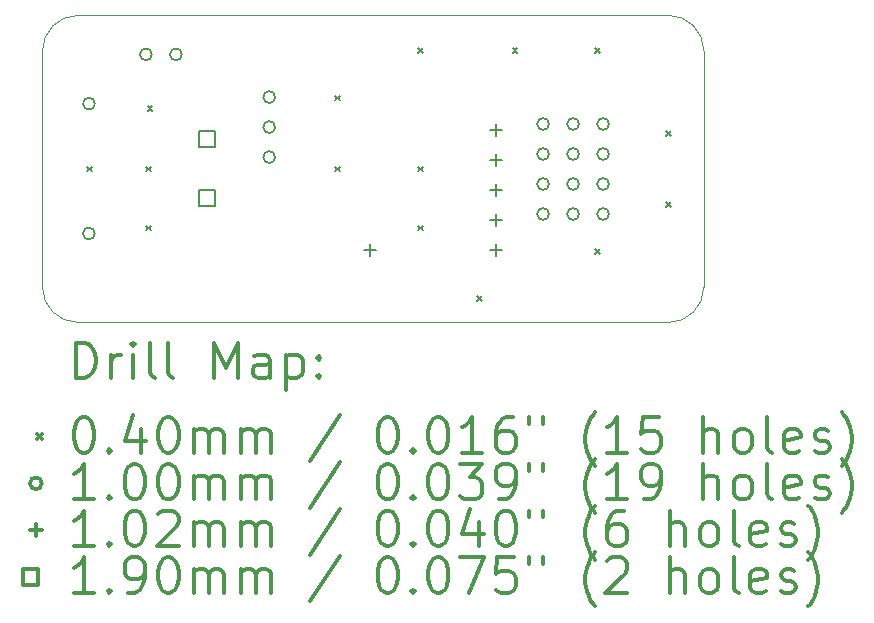
<source format=gbr>
%FSLAX45Y45*%
G04 Gerber Fmt 4.5, Leading zero omitted, Abs format (unit mm)*
G04 Created by KiCad (PCBNEW (5.1.5)-3) date 2021-10-17 14:07:34*
%MOMM*%
%LPD*%
G04 APERTURE LIST*
%TA.AperFunction,Profile*%
%ADD10C,0.120000*%
%TD*%
%ADD11C,0.200000*%
%ADD12C,0.300000*%
G04 APERTURE END LIST*
D10*
X11700000Y-7000000D02*
G75*
G02X12000000Y-6700000I300000J0D01*
G01*
X12000000Y-9300000D02*
G75*
G02X11700000Y-9000000I0J300000D01*
G01*
X17300000Y-9000000D02*
G75*
G02X17000000Y-9300000I-300000J0D01*
G01*
X17000000Y-6700000D02*
G75*
G02X17300000Y-7000000I0J-300000D01*
G01*
X17300000Y-9000000D02*
X17300000Y-7000000D01*
X12000000Y-9300000D02*
X17000000Y-9300000D01*
X11700000Y-7000000D02*
X11700000Y-9000000D01*
X17000000Y-6700000D02*
X12000000Y-6700000D01*
D11*
X12080000Y-7980000D02*
X12120000Y-8020000D01*
X12120000Y-7980000D02*
X12080000Y-8020000D01*
X12580000Y-7980000D02*
X12620000Y-8020000D01*
X12620000Y-7980000D02*
X12580000Y-8020000D01*
X12580000Y-8480000D02*
X12620000Y-8520000D01*
X12620000Y-8480000D02*
X12580000Y-8520000D01*
X12590850Y-7469150D02*
X12630850Y-7509150D01*
X12630850Y-7469150D02*
X12590850Y-7509150D01*
X14180000Y-7380000D02*
X14220000Y-7420000D01*
X14220000Y-7380000D02*
X14180000Y-7420000D01*
X14180000Y-7980000D02*
X14220000Y-8020000D01*
X14220000Y-7980000D02*
X14180000Y-8020000D01*
X14880000Y-6980000D02*
X14920000Y-7020000D01*
X14920000Y-6980000D02*
X14880000Y-7020000D01*
X14880000Y-7980000D02*
X14920000Y-8020000D01*
X14920000Y-7980000D02*
X14880000Y-8020000D01*
X14880000Y-8480000D02*
X14920000Y-8520000D01*
X14920000Y-8480000D02*
X14880000Y-8520000D01*
X15380000Y-9080000D02*
X15420000Y-9120000D01*
X15420000Y-9080000D02*
X15380000Y-9120000D01*
X15680000Y-6980000D02*
X15720000Y-7020000D01*
X15720000Y-6980000D02*
X15680000Y-7020000D01*
X16380000Y-6980000D02*
X16420000Y-7020000D01*
X16420000Y-6980000D02*
X16380000Y-7020000D01*
X16380000Y-8680000D02*
X16420000Y-8720000D01*
X16420000Y-8680000D02*
X16380000Y-8720000D01*
X16980000Y-7680000D02*
X17020000Y-7720000D01*
X17020000Y-7680000D02*
X16980000Y-7720000D01*
X16980000Y-8280000D02*
X17020000Y-8320000D01*
X17020000Y-8280000D02*
X16980000Y-8320000D01*
X15988500Y-8382000D02*
G75*
G03X15988500Y-8382000I-50000J0D01*
G01*
X16242500Y-8382000D02*
G75*
G03X16242500Y-8382000I-50000J0D01*
G01*
X16496500Y-8382000D02*
G75*
G03X16496500Y-8382000I-50000J0D01*
G01*
X15988500Y-8128000D02*
G75*
G03X15988500Y-8128000I-50000J0D01*
G01*
X16242500Y-8128000D02*
G75*
G03X16242500Y-8128000I-50000J0D01*
G01*
X16496500Y-8128000D02*
G75*
G03X16496500Y-8128000I-50000J0D01*
G01*
X12626000Y-7030000D02*
G75*
G03X12626000Y-7030000I-50000J0D01*
G01*
X12880000Y-7030000D02*
G75*
G03X12880000Y-7030000I-50000J0D01*
G01*
X15988500Y-7874000D02*
G75*
G03X15988500Y-7874000I-50000J0D01*
G01*
X16242500Y-7874000D02*
G75*
G03X16242500Y-7874000I-50000J0D01*
G01*
X16496500Y-7874000D02*
G75*
G03X16496500Y-7874000I-50000J0D01*
G01*
X13670000Y-7392000D02*
G75*
G03X13670000Y-7392000I-50000J0D01*
G01*
X13670000Y-7646000D02*
G75*
G03X13670000Y-7646000I-50000J0D01*
G01*
X13670000Y-7900000D02*
G75*
G03X13670000Y-7900000I-50000J0D01*
G01*
X12143700Y-7447000D02*
G75*
G03X12143700Y-7447000I-50000J0D01*
G01*
X12143700Y-8547000D02*
G75*
G03X12143700Y-8547000I-50000J0D01*
G01*
X15988500Y-7620000D02*
G75*
G03X15988500Y-7620000I-50000J0D01*
G01*
X16242500Y-7620000D02*
G75*
G03X16242500Y-7620000I-50000J0D01*
G01*
X16496500Y-7620000D02*
G75*
G03X16496500Y-7620000I-50000J0D01*
G01*
X14473260Y-8638848D02*
X14473260Y-8740848D01*
X14422260Y-8689848D02*
X14524260Y-8689848D01*
X15542260Y-7622848D02*
X15542260Y-7724848D01*
X15491260Y-7673848D02*
X15593260Y-7673848D01*
X15542260Y-7876848D02*
X15542260Y-7978848D01*
X15491260Y-7927848D02*
X15593260Y-7927848D01*
X15542260Y-8130848D02*
X15542260Y-8232848D01*
X15491260Y-8181848D02*
X15593260Y-8181848D01*
X15542260Y-8384848D02*
X15542260Y-8486848D01*
X15491260Y-8435848D02*
X15593260Y-8435848D01*
X15542260Y-8638848D02*
X15542260Y-8740848D01*
X15491260Y-8689848D02*
X15593260Y-8689848D01*
X13160876Y-7814176D02*
X13160876Y-7679824D01*
X13026524Y-7679824D01*
X13026524Y-7814176D01*
X13160876Y-7814176D01*
X13160876Y-8314176D02*
X13160876Y-8179824D01*
X13026524Y-8179824D01*
X13026524Y-8314176D01*
X13160876Y-8314176D01*
D12*
X11980428Y-9771714D02*
X11980428Y-9471714D01*
X12051857Y-9471714D01*
X12094714Y-9486000D01*
X12123286Y-9514572D01*
X12137571Y-9543143D01*
X12151857Y-9600286D01*
X12151857Y-9643143D01*
X12137571Y-9700286D01*
X12123286Y-9728857D01*
X12094714Y-9757429D01*
X12051857Y-9771714D01*
X11980428Y-9771714D01*
X12280428Y-9771714D02*
X12280428Y-9571714D01*
X12280428Y-9628857D02*
X12294714Y-9600286D01*
X12309000Y-9586000D01*
X12337571Y-9571714D01*
X12366143Y-9571714D01*
X12466143Y-9771714D02*
X12466143Y-9571714D01*
X12466143Y-9471714D02*
X12451857Y-9486000D01*
X12466143Y-9500286D01*
X12480428Y-9486000D01*
X12466143Y-9471714D01*
X12466143Y-9500286D01*
X12651857Y-9771714D02*
X12623286Y-9757429D01*
X12609000Y-9728857D01*
X12609000Y-9471714D01*
X12809000Y-9771714D02*
X12780428Y-9757429D01*
X12766143Y-9728857D01*
X12766143Y-9471714D01*
X13151857Y-9771714D02*
X13151857Y-9471714D01*
X13251857Y-9686000D01*
X13351857Y-9471714D01*
X13351857Y-9771714D01*
X13623286Y-9771714D02*
X13623286Y-9614572D01*
X13609000Y-9586000D01*
X13580428Y-9571714D01*
X13523286Y-9571714D01*
X13494714Y-9586000D01*
X13623286Y-9757429D02*
X13594714Y-9771714D01*
X13523286Y-9771714D01*
X13494714Y-9757429D01*
X13480428Y-9728857D01*
X13480428Y-9700286D01*
X13494714Y-9671714D01*
X13523286Y-9657429D01*
X13594714Y-9657429D01*
X13623286Y-9643143D01*
X13766143Y-9571714D02*
X13766143Y-9871714D01*
X13766143Y-9586000D02*
X13794714Y-9571714D01*
X13851857Y-9571714D01*
X13880428Y-9586000D01*
X13894714Y-9600286D01*
X13909000Y-9628857D01*
X13909000Y-9714572D01*
X13894714Y-9743143D01*
X13880428Y-9757429D01*
X13851857Y-9771714D01*
X13794714Y-9771714D01*
X13766143Y-9757429D01*
X14037571Y-9743143D02*
X14051857Y-9757429D01*
X14037571Y-9771714D01*
X14023286Y-9757429D01*
X14037571Y-9743143D01*
X14037571Y-9771714D01*
X14037571Y-9586000D02*
X14051857Y-9600286D01*
X14037571Y-9614572D01*
X14023286Y-9600286D01*
X14037571Y-9586000D01*
X14037571Y-9614572D01*
X11654000Y-10246000D02*
X11694000Y-10286000D01*
X11694000Y-10246000D02*
X11654000Y-10286000D01*
X12037571Y-10101714D02*
X12066143Y-10101714D01*
X12094714Y-10116000D01*
X12109000Y-10130286D01*
X12123286Y-10158857D01*
X12137571Y-10216000D01*
X12137571Y-10287429D01*
X12123286Y-10344572D01*
X12109000Y-10373143D01*
X12094714Y-10387429D01*
X12066143Y-10401714D01*
X12037571Y-10401714D01*
X12009000Y-10387429D01*
X11994714Y-10373143D01*
X11980428Y-10344572D01*
X11966143Y-10287429D01*
X11966143Y-10216000D01*
X11980428Y-10158857D01*
X11994714Y-10130286D01*
X12009000Y-10116000D01*
X12037571Y-10101714D01*
X12266143Y-10373143D02*
X12280428Y-10387429D01*
X12266143Y-10401714D01*
X12251857Y-10387429D01*
X12266143Y-10373143D01*
X12266143Y-10401714D01*
X12537571Y-10201714D02*
X12537571Y-10401714D01*
X12466143Y-10087429D02*
X12394714Y-10301714D01*
X12580428Y-10301714D01*
X12751857Y-10101714D02*
X12780428Y-10101714D01*
X12809000Y-10116000D01*
X12823286Y-10130286D01*
X12837571Y-10158857D01*
X12851857Y-10216000D01*
X12851857Y-10287429D01*
X12837571Y-10344572D01*
X12823286Y-10373143D01*
X12809000Y-10387429D01*
X12780428Y-10401714D01*
X12751857Y-10401714D01*
X12723286Y-10387429D01*
X12709000Y-10373143D01*
X12694714Y-10344572D01*
X12680428Y-10287429D01*
X12680428Y-10216000D01*
X12694714Y-10158857D01*
X12709000Y-10130286D01*
X12723286Y-10116000D01*
X12751857Y-10101714D01*
X12980428Y-10401714D02*
X12980428Y-10201714D01*
X12980428Y-10230286D02*
X12994714Y-10216000D01*
X13023286Y-10201714D01*
X13066143Y-10201714D01*
X13094714Y-10216000D01*
X13109000Y-10244572D01*
X13109000Y-10401714D01*
X13109000Y-10244572D02*
X13123286Y-10216000D01*
X13151857Y-10201714D01*
X13194714Y-10201714D01*
X13223286Y-10216000D01*
X13237571Y-10244572D01*
X13237571Y-10401714D01*
X13380428Y-10401714D02*
X13380428Y-10201714D01*
X13380428Y-10230286D02*
X13394714Y-10216000D01*
X13423286Y-10201714D01*
X13466143Y-10201714D01*
X13494714Y-10216000D01*
X13509000Y-10244572D01*
X13509000Y-10401714D01*
X13509000Y-10244572D02*
X13523286Y-10216000D01*
X13551857Y-10201714D01*
X13594714Y-10201714D01*
X13623286Y-10216000D01*
X13637571Y-10244572D01*
X13637571Y-10401714D01*
X14223286Y-10087429D02*
X13966143Y-10473143D01*
X14609000Y-10101714D02*
X14637571Y-10101714D01*
X14666143Y-10116000D01*
X14680428Y-10130286D01*
X14694714Y-10158857D01*
X14709000Y-10216000D01*
X14709000Y-10287429D01*
X14694714Y-10344572D01*
X14680428Y-10373143D01*
X14666143Y-10387429D01*
X14637571Y-10401714D01*
X14609000Y-10401714D01*
X14580428Y-10387429D01*
X14566143Y-10373143D01*
X14551857Y-10344572D01*
X14537571Y-10287429D01*
X14537571Y-10216000D01*
X14551857Y-10158857D01*
X14566143Y-10130286D01*
X14580428Y-10116000D01*
X14609000Y-10101714D01*
X14837571Y-10373143D02*
X14851857Y-10387429D01*
X14837571Y-10401714D01*
X14823286Y-10387429D01*
X14837571Y-10373143D01*
X14837571Y-10401714D01*
X15037571Y-10101714D02*
X15066143Y-10101714D01*
X15094714Y-10116000D01*
X15109000Y-10130286D01*
X15123286Y-10158857D01*
X15137571Y-10216000D01*
X15137571Y-10287429D01*
X15123286Y-10344572D01*
X15109000Y-10373143D01*
X15094714Y-10387429D01*
X15066143Y-10401714D01*
X15037571Y-10401714D01*
X15009000Y-10387429D01*
X14994714Y-10373143D01*
X14980428Y-10344572D01*
X14966143Y-10287429D01*
X14966143Y-10216000D01*
X14980428Y-10158857D01*
X14994714Y-10130286D01*
X15009000Y-10116000D01*
X15037571Y-10101714D01*
X15423286Y-10401714D02*
X15251857Y-10401714D01*
X15337571Y-10401714D02*
X15337571Y-10101714D01*
X15309000Y-10144572D01*
X15280428Y-10173143D01*
X15251857Y-10187429D01*
X15680428Y-10101714D02*
X15623286Y-10101714D01*
X15594714Y-10116000D01*
X15580428Y-10130286D01*
X15551857Y-10173143D01*
X15537571Y-10230286D01*
X15537571Y-10344572D01*
X15551857Y-10373143D01*
X15566143Y-10387429D01*
X15594714Y-10401714D01*
X15651857Y-10401714D01*
X15680428Y-10387429D01*
X15694714Y-10373143D01*
X15709000Y-10344572D01*
X15709000Y-10273143D01*
X15694714Y-10244572D01*
X15680428Y-10230286D01*
X15651857Y-10216000D01*
X15594714Y-10216000D01*
X15566143Y-10230286D01*
X15551857Y-10244572D01*
X15537571Y-10273143D01*
X15823286Y-10101714D02*
X15823286Y-10158857D01*
X15937571Y-10101714D02*
X15937571Y-10158857D01*
X16380428Y-10516000D02*
X16366143Y-10501714D01*
X16337571Y-10458857D01*
X16323286Y-10430286D01*
X16309000Y-10387429D01*
X16294714Y-10316000D01*
X16294714Y-10258857D01*
X16309000Y-10187429D01*
X16323286Y-10144572D01*
X16337571Y-10116000D01*
X16366143Y-10073143D01*
X16380428Y-10058857D01*
X16651857Y-10401714D02*
X16480428Y-10401714D01*
X16566143Y-10401714D02*
X16566143Y-10101714D01*
X16537571Y-10144572D01*
X16509000Y-10173143D01*
X16480428Y-10187429D01*
X16923286Y-10101714D02*
X16780428Y-10101714D01*
X16766143Y-10244572D01*
X16780428Y-10230286D01*
X16809000Y-10216000D01*
X16880428Y-10216000D01*
X16909000Y-10230286D01*
X16923286Y-10244572D01*
X16937571Y-10273143D01*
X16937571Y-10344572D01*
X16923286Y-10373143D01*
X16909000Y-10387429D01*
X16880428Y-10401714D01*
X16809000Y-10401714D01*
X16780428Y-10387429D01*
X16766143Y-10373143D01*
X17294714Y-10401714D02*
X17294714Y-10101714D01*
X17423286Y-10401714D02*
X17423286Y-10244572D01*
X17409000Y-10216000D01*
X17380428Y-10201714D01*
X17337571Y-10201714D01*
X17309000Y-10216000D01*
X17294714Y-10230286D01*
X17609000Y-10401714D02*
X17580428Y-10387429D01*
X17566143Y-10373143D01*
X17551857Y-10344572D01*
X17551857Y-10258857D01*
X17566143Y-10230286D01*
X17580428Y-10216000D01*
X17609000Y-10201714D01*
X17651857Y-10201714D01*
X17680428Y-10216000D01*
X17694714Y-10230286D01*
X17709000Y-10258857D01*
X17709000Y-10344572D01*
X17694714Y-10373143D01*
X17680428Y-10387429D01*
X17651857Y-10401714D01*
X17609000Y-10401714D01*
X17880428Y-10401714D02*
X17851857Y-10387429D01*
X17837571Y-10358857D01*
X17837571Y-10101714D01*
X18109000Y-10387429D02*
X18080428Y-10401714D01*
X18023286Y-10401714D01*
X17994714Y-10387429D01*
X17980428Y-10358857D01*
X17980428Y-10244572D01*
X17994714Y-10216000D01*
X18023286Y-10201714D01*
X18080428Y-10201714D01*
X18109000Y-10216000D01*
X18123286Y-10244572D01*
X18123286Y-10273143D01*
X17980428Y-10301714D01*
X18237571Y-10387429D02*
X18266143Y-10401714D01*
X18323286Y-10401714D01*
X18351857Y-10387429D01*
X18366143Y-10358857D01*
X18366143Y-10344572D01*
X18351857Y-10316000D01*
X18323286Y-10301714D01*
X18280428Y-10301714D01*
X18251857Y-10287429D01*
X18237571Y-10258857D01*
X18237571Y-10244572D01*
X18251857Y-10216000D01*
X18280428Y-10201714D01*
X18323286Y-10201714D01*
X18351857Y-10216000D01*
X18466143Y-10516000D02*
X18480428Y-10501714D01*
X18509000Y-10458857D01*
X18523286Y-10430286D01*
X18537571Y-10387429D01*
X18551857Y-10316000D01*
X18551857Y-10258857D01*
X18537571Y-10187429D01*
X18523286Y-10144572D01*
X18509000Y-10116000D01*
X18480428Y-10073143D01*
X18466143Y-10058857D01*
X11694000Y-10662000D02*
G75*
G03X11694000Y-10662000I-50000J0D01*
G01*
X12137571Y-10797714D02*
X11966143Y-10797714D01*
X12051857Y-10797714D02*
X12051857Y-10497714D01*
X12023286Y-10540572D01*
X11994714Y-10569143D01*
X11966143Y-10583429D01*
X12266143Y-10769143D02*
X12280428Y-10783429D01*
X12266143Y-10797714D01*
X12251857Y-10783429D01*
X12266143Y-10769143D01*
X12266143Y-10797714D01*
X12466143Y-10497714D02*
X12494714Y-10497714D01*
X12523286Y-10512000D01*
X12537571Y-10526286D01*
X12551857Y-10554857D01*
X12566143Y-10612000D01*
X12566143Y-10683429D01*
X12551857Y-10740572D01*
X12537571Y-10769143D01*
X12523286Y-10783429D01*
X12494714Y-10797714D01*
X12466143Y-10797714D01*
X12437571Y-10783429D01*
X12423286Y-10769143D01*
X12409000Y-10740572D01*
X12394714Y-10683429D01*
X12394714Y-10612000D01*
X12409000Y-10554857D01*
X12423286Y-10526286D01*
X12437571Y-10512000D01*
X12466143Y-10497714D01*
X12751857Y-10497714D02*
X12780428Y-10497714D01*
X12809000Y-10512000D01*
X12823286Y-10526286D01*
X12837571Y-10554857D01*
X12851857Y-10612000D01*
X12851857Y-10683429D01*
X12837571Y-10740572D01*
X12823286Y-10769143D01*
X12809000Y-10783429D01*
X12780428Y-10797714D01*
X12751857Y-10797714D01*
X12723286Y-10783429D01*
X12709000Y-10769143D01*
X12694714Y-10740572D01*
X12680428Y-10683429D01*
X12680428Y-10612000D01*
X12694714Y-10554857D01*
X12709000Y-10526286D01*
X12723286Y-10512000D01*
X12751857Y-10497714D01*
X12980428Y-10797714D02*
X12980428Y-10597714D01*
X12980428Y-10626286D02*
X12994714Y-10612000D01*
X13023286Y-10597714D01*
X13066143Y-10597714D01*
X13094714Y-10612000D01*
X13109000Y-10640572D01*
X13109000Y-10797714D01*
X13109000Y-10640572D02*
X13123286Y-10612000D01*
X13151857Y-10597714D01*
X13194714Y-10597714D01*
X13223286Y-10612000D01*
X13237571Y-10640572D01*
X13237571Y-10797714D01*
X13380428Y-10797714D02*
X13380428Y-10597714D01*
X13380428Y-10626286D02*
X13394714Y-10612000D01*
X13423286Y-10597714D01*
X13466143Y-10597714D01*
X13494714Y-10612000D01*
X13509000Y-10640572D01*
X13509000Y-10797714D01*
X13509000Y-10640572D02*
X13523286Y-10612000D01*
X13551857Y-10597714D01*
X13594714Y-10597714D01*
X13623286Y-10612000D01*
X13637571Y-10640572D01*
X13637571Y-10797714D01*
X14223286Y-10483429D02*
X13966143Y-10869143D01*
X14609000Y-10497714D02*
X14637571Y-10497714D01*
X14666143Y-10512000D01*
X14680428Y-10526286D01*
X14694714Y-10554857D01*
X14709000Y-10612000D01*
X14709000Y-10683429D01*
X14694714Y-10740572D01*
X14680428Y-10769143D01*
X14666143Y-10783429D01*
X14637571Y-10797714D01*
X14609000Y-10797714D01*
X14580428Y-10783429D01*
X14566143Y-10769143D01*
X14551857Y-10740572D01*
X14537571Y-10683429D01*
X14537571Y-10612000D01*
X14551857Y-10554857D01*
X14566143Y-10526286D01*
X14580428Y-10512000D01*
X14609000Y-10497714D01*
X14837571Y-10769143D02*
X14851857Y-10783429D01*
X14837571Y-10797714D01*
X14823286Y-10783429D01*
X14837571Y-10769143D01*
X14837571Y-10797714D01*
X15037571Y-10497714D02*
X15066143Y-10497714D01*
X15094714Y-10512000D01*
X15109000Y-10526286D01*
X15123286Y-10554857D01*
X15137571Y-10612000D01*
X15137571Y-10683429D01*
X15123286Y-10740572D01*
X15109000Y-10769143D01*
X15094714Y-10783429D01*
X15066143Y-10797714D01*
X15037571Y-10797714D01*
X15009000Y-10783429D01*
X14994714Y-10769143D01*
X14980428Y-10740572D01*
X14966143Y-10683429D01*
X14966143Y-10612000D01*
X14980428Y-10554857D01*
X14994714Y-10526286D01*
X15009000Y-10512000D01*
X15037571Y-10497714D01*
X15237571Y-10497714D02*
X15423286Y-10497714D01*
X15323286Y-10612000D01*
X15366143Y-10612000D01*
X15394714Y-10626286D01*
X15409000Y-10640572D01*
X15423286Y-10669143D01*
X15423286Y-10740572D01*
X15409000Y-10769143D01*
X15394714Y-10783429D01*
X15366143Y-10797714D01*
X15280428Y-10797714D01*
X15251857Y-10783429D01*
X15237571Y-10769143D01*
X15566143Y-10797714D02*
X15623286Y-10797714D01*
X15651857Y-10783429D01*
X15666143Y-10769143D01*
X15694714Y-10726286D01*
X15709000Y-10669143D01*
X15709000Y-10554857D01*
X15694714Y-10526286D01*
X15680428Y-10512000D01*
X15651857Y-10497714D01*
X15594714Y-10497714D01*
X15566143Y-10512000D01*
X15551857Y-10526286D01*
X15537571Y-10554857D01*
X15537571Y-10626286D01*
X15551857Y-10654857D01*
X15566143Y-10669143D01*
X15594714Y-10683429D01*
X15651857Y-10683429D01*
X15680428Y-10669143D01*
X15694714Y-10654857D01*
X15709000Y-10626286D01*
X15823286Y-10497714D02*
X15823286Y-10554857D01*
X15937571Y-10497714D02*
X15937571Y-10554857D01*
X16380428Y-10912000D02*
X16366143Y-10897714D01*
X16337571Y-10854857D01*
X16323286Y-10826286D01*
X16309000Y-10783429D01*
X16294714Y-10712000D01*
X16294714Y-10654857D01*
X16309000Y-10583429D01*
X16323286Y-10540572D01*
X16337571Y-10512000D01*
X16366143Y-10469143D01*
X16380428Y-10454857D01*
X16651857Y-10797714D02*
X16480428Y-10797714D01*
X16566143Y-10797714D02*
X16566143Y-10497714D01*
X16537571Y-10540572D01*
X16509000Y-10569143D01*
X16480428Y-10583429D01*
X16794714Y-10797714D02*
X16851857Y-10797714D01*
X16880428Y-10783429D01*
X16894714Y-10769143D01*
X16923286Y-10726286D01*
X16937571Y-10669143D01*
X16937571Y-10554857D01*
X16923286Y-10526286D01*
X16909000Y-10512000D01*
X16880428Y-10497714D01*
X16823286Y-10497714D01*
X16794714Y-10512000D01*
X16780428Y-10526286D01*
X16766143Y-10554857D01*
X16766143Y-10626286D01*
X16780428Y-10654857D01*
X16794714Y-10669143D01*
X16823286Y-10683429D01*
X16880428Y-10683429D01*
X16909000Y-10669143D01*
X16923286Y-10654857D01*
X16937571Y-10626286D01*
X17294714Y-10797714D02*
X17294714Y-10497714D01*
X17423286Y-10797714D02*
X17423286Y-10640572D01*
X17409000Y-10612000D01*
X17380428Y-10597714D01*
X17337571Y-10597714D01*
X17309000Y-10612000D01*
X17294714Y-10626286D01*
X17609000Y-10797714D02*
X17580428Y-10783429D01*
X17566143Y-10769143D01*
X17551857Y-10740572D01*
X17551857Y-10654857D01*
X17566143Y-10626286D01*
X17580428Y-10612000D01*
X17609000Y-10597714D01*
X17651857Y-10597714D01*
X17680428Y-10612000D01*
X17694714Y-10626286D01*
X17709000Y-10654857D01*
X17709000Y-10740572D01*
X17694714Y-10769143D01*
X17680428Y-10783429D01*
X17651857Y-10797714D01*
X17609000Y-10797714D01*
X17880428Y-10797714D02*
X17851857Y-10783429D01*
X17837571Y-10754857D01*
X17837571Y-10497714D01*
X18109000Y-10783429D02*
X18080428Y-10797714D01*
X18023286Y-10797714D01*
X17994714Y-10783429D01*
X17980428Y-10754857D01*
X17980428Y-10640572D01*
X17994714Y-10612000D01*
X18023286Y-10597714D01*
X18080428Y-10597714D01*
X18109000Y-10612000D01*
X18123286Y-10640572D01*
X18123286Y-10669143D01*
X17980428Y-10697714D01*
X18237571Y-10783429D02*
X18266143Y-10797714D01*
X18323286Y-10797714D01*
X18351857Y-10783429D01*
X18366143Y-10754857D01*
X18366143Y-10740572D01*
X18351857Y-10712000D01*
X18323286Y-10697714D01*
X18280428Y-10697714D01*
X18251857Y-10683429D01*
X18237571Y-10654857D01*
X18237571Y-10640572D01*
X18251857Y-10612000D01*
X18280428Y-10597714D01*
X18323286Y-10597714D01*
X18351857Y-10612000D01*
X18466143Y-10912000D02*
X18480428Y-10897714D01*
X18509000Y-10854857D01*
X18523286Y-10826286D01*
X18537571Y-10783429D01*
X18551857Y-10712000D01*
X18551857Y-10654857D01*
X18537571Y-10583429D01*
X18523286Y-10540572D01*
X18509000Y-10512000D01*
X18480428Y-10469143D01*
X18466143Y-10454857D01*
X11643000Y-11007000D02*
X11643000Y-11109000D01*
X11592000Y-11058000D02*
X11694000Y-11058000D01*
X12137571Y-11193714D02*
X11966143Y-11193714D01*
X12051857Y-11193714D02*
X12051857Y-10893714D01*
X12023286Y-10936572D01*
X11994714Y-10965143D01*
X11966143Y-10979429D01*
X12266143Y-11165143D02*
X12280428Y-11179429D01*
X12266143Y-11193714D01*
X12251857Y-11179429D01*
X12266143Y-11165143D01*
X12266143Y-11193714D01*
X12466143Y-10893714D02*
X12494714Y-10893714D01*
X12523286Y-10908000D01*
X12537571Y-10922286D01*
X12551857Y-10950857D01*
X12566143Y-11008000D01*
X12566143Y-11079429D01*
X12551857Y-11136572D01*
X12537571Y-11165143D01*
X12523286Y-11179429D01*
X12494714Y-11193714D01*
X12466143Y-11193714D01*
X12437571Y-11179429D01*
X12423286Y-11165143D01*
X12409000Y-11136572D01*
X12394714Y-11079429D01*
X12394714Y-11008000D01*
X12409000Y-10950857D01*
X12423286Y-10922286D01*
X12437571Y-10908000D01*
X12466143Y-10893714D01*
X12680428Y-10922286D02*
X12694714Y-10908000D01*
X12723286Y-10893714D01*
X12794714Y-10893714D01*
X12823286Y-10908000D01*
X12837571Y-10922286D01*
X12851857Y-10950857D01*
X12851857Y-10979429D01*
X12837571Y-11022286D01*
X12666143Y-11193714D01*
X12851857Y-11193714D01*
X12980428Y-11193714D02*
X12980428Y-10993714D01*
X12980428Y-11022286D02*
X12994714Y-11008000D01*
X13023286Y-10993714D01*
X13066143Y-10993714D01*
X13094714Y-11008000D01*
X13109000Y-11036572D01*
X13109000Y-11193714D01*
X13109000Y-11036572D02*
X13123286Y-11008000D01*
X13151857Y-10993714D01*
X13194714Y-10993714D01*
X13223286Y-11008000D01*
X13237571Y-11036572D01*
X13237571Y-11193714D01*
X13380428Y-11193714D02*
X13380428Y-10993714D01*
X13380428Y-11022286D02*
X13394714Y-11008000D01*
X13423286Y-10993714D01*
X13466143Y-10993714D01*
X13494714Y-11008000D01*
X13509000Y-11036572D01*
X13509000Y-11193714D01*
X13509000Y-11036572D02*
X13523286Y-11008000D01*
X13551857Y-10993714D01*
X13594714Y-10993714D01*
X13623286Y-11008000D01*
X13637571Y-11036572D01*
X13637571Y-11193714D01*
X14223286Y-10879429D02*
X13966143Y-11265143D01*
X14609000Y-10893714D02*
X14637571Y-10893714D01*
X14666143Y-10908000D01*
X14680428Y-10922286D01*
X14694714Y-10950857D01*
X14709000Y-11008000D01*
X14709000Y-11079429D01*
X14694714Y-11136572D01*
X14680428Y-11165143D01*
X14666143Y-11179429D01*
X14637571Y-11193714D01*
X14609000Y-11193714D01*
X14580428Y-11179429D01*
X14566143Y-11165143D01*
X14551857Y-11136572D01*
X14537571Y-11079429D01*
X14537571Y-11008000D01*
X14551857Y-10950857D01*
X14566143Y-10922286D01*
X14580428Y-10908000D01*
X14609000Y-10893714D01*
X14837571Y-11165143D02*
X14851857Y-11179429D01*
X14837571Y-11193714D01*
X14823286Y-11179429D01*
X14837571Y-11165143D01*
X14837571Y-11193714D01*
X15037571Y-10893714D02*
X15066143Y-10893714D01*
X15094714Y-10908000D01*
X15109000Y-10922286D01*
X15123286Y-10950857D01*
X15137571Y-11008000D01*
X15137571Y-11079429D01*
X15123286Y-11136572D01*
X15109000Y-11165143D01*
X15094714Y-11179429D01*
X15066143Y-11193714D01*
X15037571Y-11193714D01*
X15009000Y-11179429D01*
X14994714Y-11165143D01*
X14980428Y-11136572D01*
X14966143Y-11079429D01*
X14966143Y-11008000D01*
X14980428Y-10950857D01*
X14994714Y-10922286D01*
X15009000Y-10908000D01*
X15037571Y-10893714D01*
X15394714Y-10993714D02*
X15394714Y-11193714D01*
X15323286Y-10879429D02*
X15251857Y-11093714D01*
X15437571Y-11093714D01*
X15609000Y-10893714D02*
X15637571Y-10893714D01*
X15666143Y-10908000D01*
X15680428Y-10922286D01*
X15694714Y-10950857D01*
X15709000Y-11008000D01*
X15709000Y-11079429D01*
X15694714Y-11136572D01*
X15680428Y-11165143D01*
X15666143Y-11179429D01*
X15637571Y-11193714D01*
X15609000Y-11193714D01*
X15580428Y-11179429D01*
X15566143Y-11165143D01*
X15551857Y-11136572D01*
X15537571Y-11079429D01*
X15537571Y-11008000D01*
X15551857Y-10950857D01*
X15566143Y-10922286D01*
X15580428Y-10908000D01*
X15609000Y-10893714D01*
X15823286Y-10893714D02*
X15823286Y-10950857D01*
X15937571Y-10893714D02*
X15937571Y-10950857D01*
X16380428Y-11308000D02*
X16366143Y-11293714D01*
X16337571Y-11250857D01*
X16323286Y-11222286D01*
X16309000Y-11179429D01*
X16294714Y-11108000D01*
X16294714Y-11050857D01*
X16309000Y-10979429D01*
X16323286Y-10936572D01*
X16337571Y-10908000D01*
X16366143Y-10865143D01*
X16380428Y-10850857D01*
X16623286Y-10893714D02*
X16566143Y-10893714D01*
X16537571Y-10908000D01*
X16523286Y-10922286D01*
X16494714Y-10965143D01*
X16480428Y-11022286D01*
X16480428Y-11136572D01*
X16494714Y-11165143D01*
X16509000Y-11179429D01*
X16537571Y-11193714D01*
X16594714Y-11193714D01*
X16623286Y-11179429D01*
X16637571Y-11165143D01*
X16651857Y-11136572D01*
X16651857Y-11065143D01*
X16637571Y-11036572D01*
X16623286Y-11022286D01*
X16594714Y-11008000D01*
X16537571Y-11008000D01*
X16509000Y-11022286D01*
X16494714Y-11036572D01*
X16480428Y-11065143D01*
X17009000Y-11193714D02*
X17009000Y-10893714D01*
X17137571Y-11193714D02*
X17137571Y-11036572D01*
X17123286Y-11008000D01*
X17094714Y-10993714D01*
X17051857Y-10993714D01*
X17023286Y-11008000D01*
X17009000Y-11022286D01*
X17323286Y-11193714D02*
X17294714Y-11179429D01*
X17280428Y-11165143D01*
X17266143Y-11136572D01*
X17266143Y-11050857D01*
X17280428Y-11022286D01*
X17294714Y-11008000D01*
X17323286Y-10993714D01*
X17366143Y-10993714D01*
X17394714Y-11008000D01*
X17409000Y-11022286D01*
X17423286Y-11050857D01*
X17423286Y-11136572D01*
X17409000Y-11165143D01*
X17394714Y-11179429D01*
X17366143Y-11193714D01*
X17323286Y-11193714D01*
X17594714Y-11193714D02*
X17566143Y-11179429D01*
X17551857Y-11150857D01*
X17551857Y-10893714D01*
X17823286Y-11179429D02*
X17794714Y-11193714D01*
X17737571Y-11193714D01*
X17709000Y-11179429D01*
X17694714Y-11150857D01*
X17694714Y-11036572D01*
X17709000Y-11008000D01*
X17737571Y-10993714D01*
X17794714Y-10993714D01*
X17823286Y-11008000D01*
X17837571Y-11036572D01*
X17837571Y-11065143D01*
X17694714Y-11093714D01*
X17951857Y-11179429D02*
X17980428Y-11193714D01*
X18037571Y-11193714D01*
X18066143Y-11179429D01*
X18080428Y-11150857D01*
X18080428Y-11136572D01*
X18066143Y-11108000D01*
X18037571Y-11093714D01*
X17994714Y-11093714D01*
X17966143Y-11079429D01*
X17951857Y-11050857D01*
X17951857Y-11036572D01*
X17966143Y-11008000D01*
X17994714Y-10993714D01*
X18037571Y-10993714D01*
X18066143Y-11008000D01*
X18180428Y-11308000D02*
X18194714Y-11293714D01*
X18223286Y-11250857D01*
X18237571Y-11222286D01*
X18251857Y-11179429D01*
X18266143Y-11108000D01*
X18266143Y-11050857D01*
X18251857Y-10979429D01*
X18237571Y-10936572D01*
X18223286Y-10908000D01*
X18194714Y-10865143D01*
X18180428Y-10850857D01*
X11666176Y-11521176D02*
X11666176Y-11386824D01*
X11531824Y-11386824D01*
X11531824Y-11521176D01*
X11666176Y-11521176D01*
X12137571Y-11589714D02*
X11966143Y-11589714D01*
X12051857Y-11589714D02*
X12051857Y-11289714D01*
X12023286Y-11332571D01*
X11994714Y-11361143D01*
X11966143Y-11375429D01*
X12266143Y-11561143D02*
X12280428Y-11575429D01*
X12266143Y-11589714D01*
X12251857Y-11575429D01*
X12266143Y-11561143D01*
X12266143Y-11589714D01*
X12423286Y-11589714D02*
X12480428Y-11589714D01*
X12509000Y-11575429D01*
X12523286Y-11561143D01*
X12551857Y-11518286D01*
X12566143Y-11461143D01*
X12566143Y-11346857D01*
X12551857Y-11318286D01*
X12537571Y-11304000D01*
X12509000Y-11289714D01*
X12451857Y-11289714D01*
X12423286Y-11304000D01*
X12409000Y-11318286D01*
X12394714Y-11346857D01*
X12394714Y-11418286D01*
X12409000Y-11446857D01*
X12423286Y-11461143D01*
X12451857Y-11475429D01*
X12509000Y-11475429D01*
X12537571Y-11461143D01*
X12551857Y-11446857D01*
X12566143Y-11418286D01*
X12751857Y-11289714D02*
X12780428Y-11289714D01*
X12809000Y-11304000D01*
X12823286Y-11318286D01*
X12837571Y-11346857D01*
X12851857Y-11404000D01*
X12851857Y-11475429D01*
X12837571Y-11532571D01*
X12823286Y-11561143D01*
X12809000Y-11575429D01*
X12780428Y-11589714D01*
X12751857Y-11589714D01*
X12723286Y-11575429D01*
X12709000Y-11561143D01*
X12694714Y-11532571D01*
X12680428Y-11475429D01*
X12680428Y-11404000D01*
X12694714Y-11346857D01*
X12709000Y-11318286D01*
X12723286Y-11304000D01*
X12751857Y-11289714D01*
X12980428Y-11589714D02*
X12980428Y-11389714D01*
X12980428Y-11418286D02*
X12994714Y-11404000D01*
X13023286Y-11389714D01*
X13066143Y-11389714D01*
X13094714Y-11404000D01*
X13109000Y-11432571D01*
X13109000Y-11589714D01*
X13109000Y-11432571D02*
X13123286Y-11404000D01*
X13151857Y-11389714D01*
X13194714Y-11389714D01*
X13223286Y-11404000D01*
X13237571Y-11432571D01*
X13237571Y-11589714D01*
X13380428Y-11589714D02*
X13380428Y-11389714D01*
X13380428Y-11418286D02*
X13394714Y-11404000D01*
X13423286Y-11389714D01*
X13466143Y-11389714D01*
X13494714Y-11404000D01*
X13509000Y-11432571D01*
X13509000Y-11589714D01*
X13509000Y-11432571D02*
X13523286Y-11404000D01*
X13551857Y-11389714D01*
X13594714Y-11389714D01*
X13623286Y-11404000D01*
X13637571Y-11432571D01*
X13637571Y-11589714D01*
X14223286Y-11275429D02*
X13966143Y-11661143D01*
X14609000Y-11289714D02*
X14637571Y-11289714D01*
X14666143Y-11304000D01*
X14680428Y-11318286D01*
X14694714Y-11346857D01*
X14709000Y-11404000D01*
X14709000Y-11475429D01*
X14694714Y-11532571D01*
X14680428Y-11561143D01*
X14666143Y-11575429D01*
X14637571Y-11589714D01*
X14609000Y-11589714D01*
X14580428Y-11575429D01*
X14566143Y-11561143D01*
X14551857Y-11532571D01*
X14537571Y-11475429D01*
X14537571Y-11404000D01*
X14551857Y-11346857D01*
X14566143Y-11318286D01*
X14580428Y-11304000D01*
X14609000Y-11289714D01*
X14837571Y-11561143D02*
X14851857Y-11575429D01*
X14837571Y-11589714D01*
X14823286Y-11575429D01*
X14837571Y-11561143D01*
X14837571Y-11589714D01*
X15037571Y-11289714D02*
X15066143Y-11289714D01*
X15094714Y-11304000D01*
X15109000Y-11318286D01*
X15123286Y-11346857D01*
X15137571Y-11404000D01*
X15137571Y-11475429D01*
X15123286Y-11532571D01*
X15109000Y-11561143D01*
X15094714Y-11575429D01*
X15066143Y-11589714D01*
X15037571Y-11589714D01*
X15009000Y-11575429D01*
X14994714Y-11561143D01*
X14980428Y-11532571D01*
X14966143Y-11475429D01*
X14966143Y-11404000D01*
X14980428Y-11346857D01*
X14994714Y-11318286D01*
X15009000Y-11304000D01*
X15037571Y-11289714D01*
X15237571Y-11289714D02*
X15437571Y-11289714D01*
X15309000Y-11589714D01*
X15694714Y-11289714D02*
X15551857Y-11289714D01*
X15537571Y-11432571D01*
X15551857Y-11418286D01*
X15580428Y-11404000D01*
X15651857Y-11404000D01*
X15680428Y-11418286D01*
X15694714Y-11432571D01*
X15709000Y-11461143D01*
X15709000Y-11532571D01*
X15694714Y-11561143D01*
X15680428Y-11575429D01*
X15651857Y-11589714D01*
X15580428Y-11589714D01*
X15551857Y-11575429D01*
X15537571Y-11561143D01*
X15823286Y-11289714D02*
X15823286Y-11346857D01*
X15937571Y-11289714D02*
X15937571Y-11346857D01*
X16380428Y-11704000D02*
X16366143Y-11689714D01*
X16337571Y-11646857D01*
X16323286Y-11618286D01*
X16309000Y-11575429D01*
X16294714Y-11504000D01*
X16294714Y-11446857D01*
X16309000Y-11375429D01*
X16323286Y-11332571D01*
X16337571Y-11304000D01*
X16366143Y-11261143D01*
X16380428Y-11246857D01*
X16480428Y-11318286D02*
X16494714Y-11304000D01*
X16523286Y-11289714D01*
X16594714Y-11289714D01*
X16623286Y-11304000D01*
X16637571Y-11318286D01*
X16651857Y-11346857D01*
X16651857Y-11375429D01*
X16637571Y-11418286D01*
X16466143Y-11589714D01*
X16651857Y-11589714D01*
X17009000Y-11589714D02*
X17009000Y-11289714D01*
X17137571Y-11589714D02*
X17137571Y-11432571D01*
X17123286Y-11404000D01*
X17094714Y-11389714D01*
X17051857Y-11389714D01*
X17023286Y-11404000D01*
X17009000Y-11418286D01*
X17323286Y-11589714D02*
X17294714Y-11575429D01*
X17280428Y-11561143D01*
X17266143Y-11532571D01*
X17266143Y-11446857D01*
X17280428Y-11418286D01*
X17294714Y-11404000D01*
X17323286Y-11389714D01*
X17366143Y-11389714D01*
X17394714Y-11404000D01*
X17409000Y-11418286D01*
X17423286Y-11446857D01*
X17423286Y-11532571D01*
X17409000Y-11561143D01*
X17394714Y-11575429D01*
X17366143Y-11589714D01*
X17323286Y-11589714D01*
X17594714Y-11589714D02*
X17566143Y-11575429D01*
X17551857Y-11546857D01*
X17551857Y-11289714D01*
X17823286Y-11575429D02*
X17794714Y-11589714D01*
X17737571Y-11589714D01*
X17709000Y-11575429D01*
X17694714Y-11546857D01*
X17694714Y-11432571D01*
X17709000Y-11404000D01*
X17737571Y-11389714D01*
X17794714Y-11389714D01*
X17823286Y-11404000D01*
X17837571Y-11432571D01*
X17837571Y-11461143D01*
X17694714Y-11489714D01*
X17951857Y-11575429D02*
X17980428Y-11589714D01*
X18037571Y-11589714D01*
X18066143Y-11575429D01*
X18080428Y-11546857D01*
X18080428Y-11532571D01*
X18066143Y-11504000D01*
X18037571Y-11489714D01*
X17994714Y-11489714D01*
X17966143Y-11475429D01*
X17951857Y-11446857D01*
X17951857Y-11432571D01*
X17966143Y-11404000D01*
X17994714Y-11389714D01*
X18037571Y-11389714D01*
X18066143Y-11404000D01*
X18180428Y-11704000D02*
X18194714Y-11689714D01*
X18223286Y-11646857D01*
X18237571Y-11618286D01*
X18251857Y-11575429D01*
X18266143Y-11504000D01*
X18266143Y-11446857D01*
X18251857Y-11375429D01*
X18237571Y-11332571D01*
X18223286Y-11304000D01*
X18194714Y-11261143D01*
X18180428Y-11246857D01*
M02*

</source>
